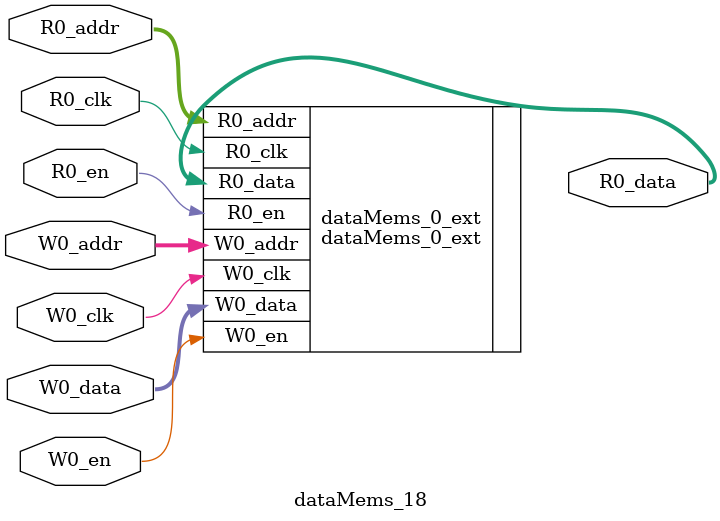
<source format=sv>
`ifndef RANDOMIZE
  `ifdef RANDOMIZE_REG_INIT
    `define RANDOMIZE
  `endif // RANDOMIZE_REG_INIT
`endif // not def RANDOMIZE
`ifndef RANDOMIZE
  `ifdef RANDOMIZE_MEM_INIT
    `define RANDOMIZE
  `endif // RANDOMIZE_MEM_INIT
`endif // not def RANDOMIZE

`ifndef RANDOM
  `define RANDOM $random
`endif // not def RANDOM

// Users can define 'PRINTF_COND' to add an extra gate to prints.
`ifndef PRINTF_COND_
  `ifdef PRINTF_COND
    `define PRINTF_COND_ (`PRINTF_COND)
  `else  // PRINTF_COND
    `define PRINTF_COND_ 1
  `endif // PRINTF_COND
`endif // not def PRINTF_COND_

// Users can define 'ASSERT_VERBOSE_COND' to add an extra gate to assert error printing.
`ifndef ASSERT_VERBOSE_COND_
  `ifdef ASSERT_VERBOSE_COND
    `define ASSERT_VERBOSE_COND_ (`ASSERT_VERBOSE_COND)
  `else  // ASSERT_VERBOSE_COND
    `define ASSERT_VERBOSE_COND_ 1
  `endif // ASSERT_VERBOSE_COND
`endif // not def ASSERT_VERBOSE_COND_

// Users can define 'STOP_COND' to add an extra gate to stop conditions.
`ifndef STOP_COND_
  `ifdef STOP_COND
    `define STOP_COND_ (`STOP_COND)
  `else  // STOP_COND
    `define STOP_COND_ 1
  `endif // STOP_COND
`endif // not def STOP_COND_

// Users can define INIT_RANDOM as general code that gets injected into the
// initializer block for modules with registers.
`ifndef INIT_RANDOM
  `define INIT_RANDOM
`endif // not def INIT_RANDOM

// If using random initialization, you can also define RANDOMIZE_DELAY to
// customize the delay used, otherwise 0.002 is used.
`ifndef RANDOMIZE_DELAY
  `define RANDOMIZE_DELAY 0.002
`endif // not def RANDOMIZE_DELAY

// Define INIT_RANDOM_PROLOG_ for use in our modules below.
`ifndef INIT_RANDOM_PROLOG_
  `ifdef RANDOMIZE
    `ifdef VERILATOR
      `define INIT_RANDOM_PROLOG_ `INIT_RANDOM
    `else  // VERILATOR
      `define INIT_RANDOM_PROLOG_ `INIT_RANDOM #`RANDOMIZE_DELAY begin end
    `endif // VERILATOR
  `else  // RANDOMIZE
    `define INIT_RANDOM_PROLOG_
  `endif // RANDOMIZE
`endif // not def INIT_RANDOM_PROLOG_

// Include register initializers in init blocks unless synthesis is set
`ifndef SYNTHESIS
  `ifndef ENABLE_INITIAL_REG_
    `define ENABLE_INITIAL_REG_
  `endif // not def ENABLE_INITIAL_REG_
`endif // not def SYNTHESIS

// Include rmemory initializers in init blocks unless synthesis is set
`ifndef SYNTHESIS
  `ifndef ENABLE_INITIAL_MEM_
    `define ENABLE_INITIAL_MEM_
  `endif // not def ENABLE_INITIAL_MEM_
`endif // not def SYNTHESIS

module dataMems_18(	// @[generators/ara/src/main/scala/UnsafeAXI4ToTL.scala:365:62]
  input  [4:0]   R0_addr,
  input          R0_en,
  input          R0_clk,
  output [514:0] R0_data,
  input  [4:0]   W0_addr,
  input          W0_en,
  input          W0_clk,
  input  [514:0] W0_data
);

  dataMems_0_ext dataMems_0_ext (	// @[generators/ara/src/main/scala/UnsafeAXI4ToTL.scala:365:62]
    .R0_addr (R0_addr),
    .R0_en   (R0_en),
    .R0_clk  (R0_clk),
    .R0_data (R0_data),
    .W0_addr (W0_addr),
    .W0_en   (W0_en),
    .W0_clk  (W0_clk),
    .W0_data (W0_data)
  );
endmodule


</source>
